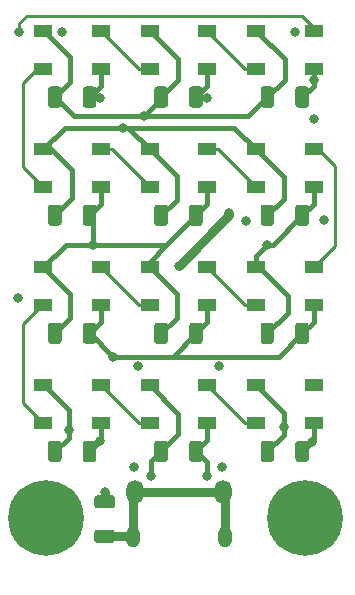
<source format=gbr>
%TF.GenerationSoftware,KiCad,Pcbnew,(5.1.12-1-10_14)*%
%TF.CreationDate,2022-01-26T17:57:44+01:00*%
%TF.ProjectId,tiny-led-esp32,74696e79-2d6c-4656-942d-65737033322e,rev?*%
%TF.SameCoordinates,Original*%
%TF.FileFunction,Copper,L1,Top*%
%TF.FilePolarity,Positive*%
%FSLAX46Y46*%
G04 Gerber Fmt 4.6, Leading zero omitted, Abs format (unit mm)*
G04 Created by KiCad (PCBNEW (5.1.12-1-10_14)) date 2022-01-26 17:57:44*
%MOMM*%
%LPD*%
G01*
G04 APERTURE LIST*
%TA.AperFunction,ComponentPad*%
%ADD10C,0.800000*%
%TD*%
%TA.AperFunction,ComponentPad*%
%ADD11C,6.400000*%
%TD*%
%TA.AperFunction,ComponentPad*%
%ADD12O,1.150000X1.800000*%
%TD*%
%TA.AperFunction,ComponentPad*%
%ADD13O,1.450000X2.000000*%
%TD*%
%TA.AperFunction,SMDPad,CuDef*%
%ADD14R,1.500000X1.000000*%
%TD*%
%TA.AperFunction,ViaPad*%
%ADD15C,0.800000*%
%TD*%
%TA.AperFunction,Conductor*%
%ADD16C,0.400000*%
%TD*%
%TA.AperFunction,Conductor*%
%ADD17C,0.250000*%
%TD*%
%TA.AperFunction,Conductor*%
%ADD18C,0.800000*%
%TD*%
G04 APERTURE END LIST*
D10*
%TO.P,H2,1*%
%TO.N,+5V*%
X165400056Y-123905944D03*
X163703000Y-123203000D03*
X162005944Y-123905944D03*
X161303000Y-125603000D03*
X162005944Y-127300056D03*
X163703000Y-128003000D03*
X165400056Y-127300056D03*
X166103000Y-125603000D03*
D11*
X163703000Y-125603000D03*
%TD*%
D10*
%TO.P,H1,1*%
%TO.N,GND*%
X143505256Y-123905944D03*
X141808200Y-123203000D03*
X140111144Y-123905944D03*
X139408200Y-125603000D03*
X140111144Y-127300056D03*
X141808200Y-128003000D03*
X143505256Y-127300056D03*
X144208200Y-125603000D03*
D11*
X141808200Y-125603000D03*
%TD*%
%TO.P,R1,2*%
%TO.N,GND*%
%TA.AperFunction,SMDPad,CuDef*%
G36*
G01*
X147373501Y-124832000D02*
X146123499Y-124832000D01*
G75*
G02*
X145873500Y-124582001I0J249999D01*
G01*
X145873500Y-123956999D01*
G75*
G02*
X146123499Y-123707000I249999J0D01*
G01*
X147373501Y-123707000D01*
G75*
G02*
X147623500Y-123956999I0J-249999D01*
G01*
X147623500Y-124582001D01*
G75*
G02*
X147373501Y-124832000I-249999J0D01*
G01*
G37*
%TD.AperFunction*%
%TO.P,R1,1*%
%TO.N,Net-(J1-Pad6)*%
%TA.AperFunction,SMDPad,CuDef*%
G36*
G01*
X147373501Y-127757000D02*
X146123499Y-127757000D01*
G75*
G02*
X145873500Y-127507001I0J249999D01*
G01*
X145873500Y-126881999D01*
G75*
G02*
X146123499Y-126632000I249999J0D01*
G01*
X147373501Y-126632000D01*
G75*
G02*
X147623500Y-126881999I0J-249999D01*
G01*
X147623500Y-127507001D01*
G75*
G02*
X147373501Y-127757000I-249999J0D01*
G01*
G37*
%TD.AperFunction*%
%TD*%
%TO.P,C13,2*%
%TO.N,GND*%
%TA.AperFunction,SMDPad,CuDef*%
G36*
G01*
X161100000Y-119349999D02*
X161100000Y-120650001D01*
G75*
G02*
X160850001Y-120900000I-249999J0D01*
G01*
X160199999Y-120900000D01*
G75*
G02*
X159950000Y-120650001I0J249999D01*
G01*
X159950000Y-119349999D01*
G75*
G02*
X160199999Y-119100000I249999J0D01*
G01*
X160850001Y-119100000D01*
G75*
G02*
X161100000Y-119349999I0J-249999D01*
G01*
G37*
%TD.AperFunction*%
%TO.P,C13,1*%
%TO.N,+5V*%
%TA.AperFunction,SMDPad,CuDef*%
G36*
G01*
X164050000Y-119349999D02*
X164050000Y-120650001D01*
G75*
G02*
X163800001Y-120900000I-249999J0D01*
G01*
X163149999Y-120900000D01*
G75*
G02*
X162900000Y-120650001I0J249999D01*
G01*
X162900000Y-119349999D01*
G75*
G02*
X163149999Y-119100000I249999J0D01*
G01*
X163800001Y-119100000D01*
G75*
G02*
X164050000Y-119349999I0J-249999D01*
G01*
G37*
%TD.AperFunction*%
%TD*%
%TO.P,C12,2*%
%TO.N,GND*%
%TA.AperFunction,SMDPad,CuDef*%
G36*
G01*
X152100000Y-119349999D02*
X152100000Y-120650001D01*
G75*
G02*
X151850001Y-120900000I-249999J0D01*
G01*
X151199999Y-120900000D01*
G75*
G02*
X150950000Y-120650001I0J249999D01*
G01*
X150950000Y-119349999D01*
G75*
G02*
X151199999Y-119100000I249999J0D01*
G01*
X151850001Y-119100000D01*
G75*
G02*
X152100000Y-119349999I0J-249999D01*
G01*
G37*
%TD.AperFunction*%
%TO.P,C12,1*%
%TO.N,+5V*%
%TA.AperFunction,SMDPad,CuDef*%
G36*
G01*
X155050000Y-119349999D02*
X155050000Y-120650001D01*
G75*
G02*
X154800001Y-120900000I-249999J0D01*
G01*
X154149999Y-120900000D01*
G75*
G02*
X153900000Y-120650001I0J249999D01*
G01*
X153900000Y-119349999D01*
G75*
G02*
X154149999Y-119100000I249999J0D01*
G01*
X154800001Y-119100000D01*
G75*
G02*
X155050000Y-119349999I0J-249999D01*
G01*
G37*
%TD.AperFunction*%
%TD*%
%TO.P,C11,2*%
%TO.N,GND*%
%TA.AperFunction,SMDPad,CuDef*%
G36*
G01*
X143100000Y-119349999D02*
X143100000Y-120650001D01*
G75*
G02*
X142850001Y-120900000I-249999J0D01*
G01*
X142199999Y-120900000D01*
G75*
G02*
X141950000Y-120650001I0J249999D01*
G01*
X141950000Y-119349999D01*
G75*
G02*
X142199999Y-119100000I249999J0D01*
G01*
X142850001Y-119100000D01*
G75*
G02*
X143100000Y-119349999I0J-249999D01*
G01*
G37*
%TD.AperFunction*%
%TO.P,C11,1*%
%TO.N,+5V*%
%TA.AperFunction,SMDPad,CuDef*%
G36*
G01*
X146050000Y-119349999D02*
X146050000Y-120650001D01*
G75*
G02*
X145800001Y-120900000I-249999J0D01*
G01*
X145149999Y-120900000D01*
G75*
G02*
X144900000Y-120650001I0J249999D01*
G01*
X144900000Y-119349999D01*
G75*
G02*
X145149999Y-119100000I249999J0D01*
G01*
X145800001Y-119100000D01*
G75*
G02*
X146050000Y-119349999I0J-249999D01*
G01*
G37*
%TD.AperFunction*%
%TD*%
%TO.P,C10,2*%
%TO.N,GND*%
%TA.AperFunction,SMDPad,CuDef*%
G36*
G01*
X144900000Y-110650001D02*
X144900000Y-109349999D01*
G75*
G02*
X145149999Y-109100000I249999J0D01*
G01*
X145800001Y-109100000D01*
G75*
G02*
X146050000Y-109349999I0J-249999D01*
G01*
X146050000Y-110650001D01*
G75*
G02*
X145800001Y-110900000I-249999J0D01*
G01*
X145149999Y-110900000D01*
G75*
G02*
X144900000Y-110650001I0J249999D01*
G01*
G37*
%TD.AperFunction*%
%TO.P,C10,1*%
%TO.N,+5V*%
%TA.AperFunction,SMDPad,CuDef*%
G36*
G01*
X141950000Y-110650001D02*
X141950000Y-109349999D01*
G75*
G02*
X142199999Y-109100000I249999J0D01*
G01*
X142850001Y-109100000D01*
G75*
G02*
X143100000Y-109349999I0J-249999D01*
G01*
X143100000Y-110650001D01*
G75*
G02*
X142850001Y-110900000I-249999J0D01*
G01*
X142199999Y-110900000D01*
G75*
G02*
X141950000Y-110650001I0J249999D01*
G01*
G37*
%TD.AperFunction*%
%TD*%
%TO.P,C9,2*%
%TO.N,GND*%
%TA.AperFunction,SMDPad,CuDef*%
G36*
G01*
X153900000Y-110650001D02*
X153900000Y-109349999D01*
G75*
G02*
X154149999Y-109100000I249999J0D01*
G01*
X154800001Y-109100000D01*
G75*
G02*
X155050000Y-109349999I0J-249999D01*
G01*
X155050000Y-110650001D01*
G75*
G02*
X154800001Y-110900000I-249999J0D01*
G01*
X154149999Y-110900000D01*
G75*
G02*
X153900000Y-110650001I0J249999D01*
G01*
G37*
%TD.AperFunction*%
%TO.P,C9,1*%
%TO.N,+5V*%
%TA.AperFunction,SMDPad,CuDef*%
G36*
G01*
X150950000Y-110650001D02*
X150950000Y-109349999D01*
G75*
G02*
X151199999Y-109100000I249999J0D01*
G01*
X151850001Y-109100000D01*
G75*
G02*
X152100000Y-109349999I0J-249999D01*
G01*
X152100000Y-110650001D01*
G75*
G02*
X151850001Y-110900000I-249999J0D01*
G01*
X151199999Y-110900000D01*
G75*
G02*
X150950000Y-110650001I0J249999D01*
G01*
G37*
%TD.AperFunction*%
%TD*%
%TO.P,C8,2*%
%TO.N,GND*%
%TA.AperFunction,SMDPad,CuDef*%
G36*
G01*
X162900000Y-110650001D02*
X162900000Y-109349999D01*
G75*
G02*
X163149999Y-109100000I249999J0D01*
G01*
X163800001Y-109100000D01*
G75*
G02*
X164050000Y-109349999I0J-249999D01*
G01*
X164050000Y-110650001D01*
G75*
G02*
X163800001Y-110900000I-249999J0D01*
G01*
X163149999Y-110900000D01*
G75*
G02*
X162900000Y-110650001I0J249999D01*
G01*
G37*
%TD.AperFunction*%
%TO.P,C8,1*%
%TO.N,+5V*%
%TA.AperFunction,SMDPad,CuDef*%
G36*
G01*
X159950000Y-110650001D02*
X159950000Y-109349999D01*
G75*
G02*
X160199999Y-109100000I249999J0D01*
G01*
X160850001Y-109100000D01*
G75*
G02*
X161100000Y-109349999I0J-249999D01*
G01*
X161100000Y-110650001D01*
G75*
G02*
X160850001Y-110900000I-249999J0D01*
G01*
X160199999Y-110900000D01*
G75*
G02*
X159950000Y-110650001I0J249999D01*
G01*
G37*
%TD.AperFunction*%
%TD*%
%TO.P,C7,2*%
%TO.N,GND*%
%TA.AperFunction,SMDPad,CuDef*%
G36*
G01*
X161100000Y-99349999D02*
X161100000Y-100650001D01*
G75*
G02*
X160850001Y-100900000I-249999J0D01*
G01*
X160199999Y-100900000D01*
G75*
G02*
X159950000Y-100650001I0J249999D01*
G01*
X159950000Y-99349999D01*
G75*
G02*
X160199999Y-99100000I249999J0D01*
G01*
X160850001Y-99100000D01*
G75*
G02*
X161100000Y-99349999I0J-249999D01*
G01*
G37*
%TD.AperFunction*%
%TO.P,C7,1*%
%TO.N,+5V*%
%TA.AperFunction,SMDPad,CuDef*%
G36*
G01*
X164050000Y-99349999D02*
X164050000Y-100650001D01*
G75*
G02*
X163800001Y-100900000I-249999J0D01*
G01*
X163149999Y-100900000D01*
G75*
G02*
X162900000Y-100650001I0J249999D01*
G01*
X162900000Y-99349999D01*
G75*
G02*
X163149999Y-99100000I249999J0D01*
G01*
X163800001Y-99100000D01*
G75*
G02*
X164050000Y-99349999I0J-249999D01*
G01*
G37*
%TD.AperFunction*%
%TD*%
%TO.P,C6,2*%
%TO.N,GND*%
%TA.AperFunction,SMDPad,CuDef*%
G36*
G01*
X152100000Y-99349999D02*
X152100000Y-100650001D01*
G75*
G02*
X151850001Y-100900000I-249999J0D01*
G01*
X151199999Y-100900000D01*
G75*
G02*
X150950000Y-100650001I0J249999D01*
G01*
X150950000Y-99349999D01*
G75*
G02*
X151199999Y-99100000I249999J0D01*
G01*
X151850001Y-99100000D01*
G75*
G02*
X152100000Y-99349999I0J-249999D01*
G01*
G37*
%TD.AperFunction*%
%TO.P,C6,1*%
%TO.N,+5V*%
%TA.AperFunction,SMDPad,CuDef*%
G36*
G01*
X155050000Y-99349999D02*
X155050000Y-100650001D01*
G75*
G02*
X154800001Y-100900000I-249999J0D01*
G01*
X154149999Y-100900000D01*
G75*
G02*
X153900000Y-100650001I0J249999D01*
G01*
X153900000Y-99349999D01*
G75*
G02*
X154149999Y-99100000I249999J0D01*
G01*
X154800001Y-99100000D01*
G75*
G02*
X155050000Y-99349999I0J-249999D01*
G01*
G37*
%TD.AperFunction*%
%TD*%
%TO.P,C5,2*%
%TO.N,GND*%
%TA.AperFunction,SMDPad,CuDef*%
G36*
G01*
X143100000Y-99349999D02*
X143100000Y-100650001D01*
G75*
G02*
X142850001Y-100900000I-249999J0D01*
G01*
X142199999Y-100900000D01*
G75*
G02*
X141950000Y-100650001I0J249999D01*
G01*
X141950000Y-99349999D01*
G75*
G02*
X142199999Y-99100000I249999J0D01*
G01*
X142850001Y-99100000D01*
G75*
G02*
X143100000Y-99349999I0J-249999D01*
G01*
G37*
%TD.AperFunction*%
%TO.P,C5,1*%
%TO.N,+5V*%
%TA.AperFunction,SMDPad,CuDef*%
G36*
G01*
X146050000Y-99349999D02*
X146050000Y-100650001D01*
G75*
G02*
X145800001Y-100900000I-249999J0D01*
G01*
X145149999Y-100900000D01*
G75*
G02*
X144900000Y-100650001I0J249999D01*
G01*
X144900000Y-99349999D01*
G75*
G02*
X145149999Y-99100000I249999J0D01*
G01*
X145800001Y-99100000D01*
G75*
G02*
X146050000Y-99349999I0J-249999D01*
G01*
G37*
%TD.AperFunction*%
%TD*%
%TO.P,C4,2*%
%TO.N,GND*%
%TA.AperFunction,SMDPad,CuDef*%
G36*
G01*
X144900000Y-90650001D02*
X144900000Y-89349999D01*
G75*
G02*
X145149999Y-89100000I249999J0D01*
G01*
X145800001Y-89100000D01*
G75*
G02*
X146050000Y-89349999I0J-249999D01*
G01*
X146050000Y-90650001D01*
G75*
G02*
X145800001Y-90900000I-249999J0D01*
G01*
X145149999Y-90900000D01*
G75*
G02*
X144900000Y-90650001I0J249999D01*
G01*
G37*
%TD.AperFunction*%
%TO.P,C4,1*%
%TO.N,+5V*%
%TA.AperFunction,SMDPad,CuDef*%
G36*
G01*
X141950000Y-90650001D02*
X141950000Y-89349999D01*
G75*
G02*
X142199999Y-89100000I249999J0D01*
G01*
X142850001Y-89100000D01*
G75*
G02*
X143100000Y-89349999I0J-249999D01*
G01*
X143100000Y-90650001D01*
G75*
G02*
X142850001Y-90900000I-249999J0D01*
G01*
X142199999Y-90900000D01*
G75*
G02*
X141950000Y-90650001I0J249999D01*
G01*
G37*
%TD.AperFunction*%
%TD*%
%TO.P,C3,2*%
%TO.N,GND*%
%TA.AperFunction,SMDPad,CuDef*%
G36*
G01*
X153900000Y-90650001D02*
X153900000Y-89349999D01*
G75*
G02*
X154149999Y-89100000I249999J0D01*
G01*
X154800001Y-89100000D01*
G75*
G02*
X155050000Y-89349999I0J-249999D01*
G01*
X155050000Y-90650001D01*
G75*
G02*
X154800001Y-90900000I-249999J0D01*
G01*
X154149999Y-90900000D01*
G75*
G02*
X153900000Y-90650001I0J249999D01*
G01*
G37*
%TD.AperFunction*%
%TO.P,C3,1*%
%TO.N,+5V*%
%TA.AperFunction,SMDPad,CuDef*%
G36*
G01*
X150950000Y-90650001D02*
X150950000Y-89349999D01*
G75*
G02*
X151199999Y-89100000I249999J0D01*
G01*
X151850001Y-89100000D01*
G75*
G02*
X152100000Y-89349999I0J-249999D01*
G01*
X152100000Y-90650001D01*
G75*
G02*
X151850001Y-90900000I-249999J0D01*
G01*
X151199999Y-90900000D01*
G75*
G02*
X150950000Y-90650001I0J249999D01*
G01*
G37*
%TD.AperFunction*%
%TD*%
%TO.P,C2,2*%
%TO.N,GND*%
%TA.AperFunction,SMDPad,CuDef*%
G36*
G01*
X162900000Y-90650001D02*
X162900000Y-89349999D01*
G75*
G02*
X163149999Y-89100000I249999J0D01*
G01*
X163800001Y-89100000D01*
G75*
G02*
X164050000Y-89349999I0J-249999D01*
G01*
X164050000Y-90650001D01*
G75*
G02*
X163800001Y-90900000I-249999J0D01*
G01*
X163149999Y-90900000D01*
G75*
G02*
X162900000Y-90650001I0J249999D01*
G01*
G37*
%TD.AperFunction*%
%TO.P,C2,1*%
%TO.N,+5V*%
%TA.AperFunction,SMDPad,CuDef*%
G36*
G01*
X159950000Y-90650001D02*
X159950000Y-89349999D01*
G75*
G02*
X160199999Y-89100000I249999J0D01*
G01*
X160850001Y-89100000D01*
G75*
G02*
X161100000Y-89349999I0J-249999D01*
G01*
X161100000Y-90650001D01*
G75*
G02*
X160850001Y-90900000I-249999J0D01*
G01*
X160199999Y-90900000D01*
G75*
G02*
X159950000Y-90650001I0J249999D01*
G01*
G37*
%TD.AperFunction*%
%TD*%
D12*
%TO.P,J1,6*%
%TO.N,Net-(J1-Pad6)*%
X149160000Y-127235500D03*
X156910000Y-127235500D03*
D13*
X149310000Y-123435500D03*
X156760000Y-123435500D03*
%TD*%
D14*
%TO.P,D12,1*%
%TO.N,+5V*%
X164450000Y-117600000D03*
%TO.P,D12,2*%
%TO.N,Net-(D12-Pad2)*%
X164450000Y-114400000D03*
%TO.P,D12,4*%
%TO.N,Net-(D11-Pad2)*%
X159550000Y-117600000D03*
%TO.P,D12,3*%
%TO.N,GND*%
X159550000Y-114400000D03*
%TD*%
%TO.P,D11,1*%
%TO.N,+5V*%
X155450000Y-117600000D03*
%TO.P,D11,2*%
%TO.N,Net-(D11-Pad2)*%
X155450000Y-114400000D03*
%TO.P,D11,4*%
%TO.N,Net-(D10-Pad2)*%
X150550000Y-117600000D03*
%TO.P,D11,3*%
%TO.N,GND*%
X150550000Y-114400000D03*
%TD*%
%TO.P,D10,1*%
%TO.N,+5V*%
X146450000Y-117600000D03*
%TO.P,D10,2*%
%TO.N,Net-(D10-Pad2)*%
X146450000Y-114400000D03*
%TO.P,D10,4*%
%TO.N,Net-(D10-Pad4)*%
X141550000Y-117600000D03*
%TO.P,D10,3*%
%TO.N,GND*%
X141550000Y-114400000D03*
%TD*%
%TO.P,D9,1*%
%TO.N,+5V*%
X141550000Y-104400000D03*
%TO.P,D9,2*%
%TO.N,Net-(D10-Pad4)*%
X141550000Y-107600000D03*
%TO.P,D9,4*%
%TO.N,Net-(D8-Pad2)*%
X146450000Y-104400000D03*
%TO.P,D9,3*%
%TO.N,GND*%
X146450000Y-107600000D03*
%TD*%
%TO.P,D8,1*%
%TO.N,+5V*%
X150550000Y-104400000D03*
%TO.P,D8,2*%
%TO.N,Net-(D8-Pad2)*%
X150550000Y-107600000D03*
%TO.P,D8,4*%
%TO.N,Net-(D7-Pad2)*%
X155450000Y-104400000D03*
%TO.P,D8,3*%
%TO.N,GND*%
X155450000Y-107600000D03*
%TD*%
%TO.P,D7,1*%
%TO.N,+5V*%
X159550000Y-104400000D03*
%TO.P,D7,2*%
%TO.N,Net-(D7-Pad2)*%
X159550000Y-107600000D03*
%TO.P,D7,4*%
%TO.N,Net-(D6-Pad2)*%
X164450000Y-104400000D03*
%TO.P,D7,3*%
%TO.N,GND*%
X164450000Y-107600000D03*
%TD*%
%TO.P,D6,1*%
%TO.N,+5V*%
X164450000Y-97600000D03*
%TO.P,D6,2*%
%TO.N,Net-(D6-Pad2)*%
X164450000Y-94400000D03*
%TO.P,D6,4*%
%TO.N,Net-(D5-Pad2)*%
X159550000Y-97600000D03*
%TO.P,D6,3*%
%TO.N,GND*%
X159550000Y-94400000D03*
%TD*%
%TO.P,D5,1*%
%TO.N,+5V*%
X155450000Y-97600000D03*
%TO.P,D5,2*%
%TO.N,Net-(D5-Pad2)*%
X155450000Y-94400000D03*
%TO.P,D5,4*%
%TO.N,Net-(D4-Pad2)*%
X150550000Y-97600000D03*
%TO.P,D5,3*%
%TO.N,GND*%
X150550000Y-94400000D03*
%TD*%
%TO.P,D4,1*%
%TO.N,+5V*%
X146450000Y-97600000D03*
%TO.P,D4,2*%
%TO.N,Net-(D4-Pad2)*%
X146450000Y-94400000D03*
%TO.P,D4,4*%
%TO.N,Net-(D3-Pad2)*%
X141550000Y-97600000D03*
%TO.P,D4,3*%
%TO.N,GND*%
X141550000Y-94400000D03*
%TD*%
%TO.P,D3,1*%
%TO.N,+5V*%
X141550000Y-84400000D03*
%TO.P,D3,2*%
%TO.N,Net-(D3-Pad2)*%
X141550000Y-87600000D03*
%TO.P,D3,4*%
%TO.N,Net-(D2-Pad2)*%
X146450000Y-84400000D03*
%TO.P,D3,3*%
%TO.N,GND*%
X146450000Y-87600000D03*
%TD*%
%TO.P,D2,1*%
%TO.N,+5V*%
X150550000Y-84400000D03*
%TO.P,D2,2*%
%TO.N,Net-(D2-Pad2)*%
X150550000Y-87600000D03*
%TO.P,D2,4*%
%TO.N,Net-(D1-Pad2)*%
X155450000Y-84400000D03*
%TO.P,D2,3*%
%TO.N,GND*%
X155450000Y-87600000D03*
%TD*%
%TO.P,D1,1*%
%TO.N,+5V*%
X159550000Y-84400000D03*
%TO.P,D1,2*%
%TO.N,Net-(D1-Pad2)*%
X159550000Y-87600000D03*
%TO.P,D1,4*%
%TO.N,Net-(D1-Pad4)*%
X164450000Y-84400000D03*
%TO.P,D1,3*%
%TO.N,GND*%
X164450000Y-87600000D03*
%TD*%
D15*
%TO.N,+5V*%
X160528000Y-102489000D03*
X149606000Y-112776000D03*
X150050500Y-91630500D03*
X155384500Y-122110500D03*
X149225000Y-121348500D03*
X145732500Y-102489000D03*
X146390000Y-119085000D03*
X164280000Y-119195000D03*
%TO.N,Net-(D1-Pad4)*%
X139509500Y-84455000D03*
%TO.N,GND*%
X156464000Y-112776000D03*
X146748500Y-123444000D03*
X148272500Y-92583000D03*
X146367500Y-90043000D03*
X155384500Y-90043000D03*
X139382500Y-106997500D03*
X150685500Y-122110500D03*
X156718000Y-121348500D03*
X143700500Y-118173500D03*
X161925000Y-117919500D03*
X158686500Y-100520500D03*
X143129000Y-84518500D03*
X162877500Y-84518500D03*
X164465000Y-88519000D03*
X164465000Y-91884500D03*
X165354000Y-100393500D03*
X147450999Y-111975999D03*
%TO.N,+3V3*%
X153035000Y-104267000D03*
X157289500Y-99822000D03*
%TD*%
D16*
%TO.N,+5V*%
X141550000Y-84400000D02*
X141550000Y-84590500D01*
X146450000Y-99025000D02*
X145475000Y-100000000D01*
X146450000Y-97600000D02*
X146450000Y-99025000D01*
X155450000Y-99025000D02*
X155145750Y-99329250D01*
X155450000Y-97600000D02*
X155450000Y-99025000D01*
X164450000Y-99025000D02*
X163475000Y-100000000D01*
X164450000Y-97600000D02*
X164450000Y-99025000D01*
X146450000Y-119025000D02*
X146390000Y-119085000D01*
X146450000Y-117600000D02*
X146450000Y-119025000D01*
X155450000Y-119025000D02*
X154475000Y-120000000D01*
X155450000Y-117600000D02*
X155450000Y-119025000D01*
X164450000Y-119025000D02*
X164280000Y-119195000D01*
X164450000Y-117600000D02*
X164450000Y-119025000D01*
X141550000Y-84400000D02*
X141613500Y-84400000D01*
X141613500Y-84400000D02*
X143827500Y-86614000D01*
X143827500Y-88697500D02*
X142525000Y-90000000D01*
X143827500Y-86614000D02*
X143827500Y-88697500D01*
X150550000Y-84400000D02*
X150630500Y-84400000D01*
X150630500Y-84400000D02*
X152971500Y-86741000D01*
X152971500Y-88553500D02*
X151525000Y-90000000D01*
X152971500Y-86741000D02*
X152971500Y-88553500D01*
X159550000Y-84400000D02*
X159584000Y-84400000D01*
X159584000Y-84400000D02*
X161988500Y-86804500D01*
X161988500Y-88536500D02*
X160525000Y-90000000D01*
X161988500Y-86804500D02*
X161988500Y-88536500D01*
X150550000Y-104400000D02*
X150564500Y-104400000D01*
X150564500Y-104400000D02*
X152844500Y-106680000D01*
X152844500Y-108680500D02*
X151525000Y-110000000D01*
X152844500Y-106680000D02*
X152844500Y-108680500D01*
X141550000Y-104400000D02*
X141550000Y-104402500D01*
X141550000Y-104402500D02*
X143827500Y-106680000D01*
X143827500Y-108697500D02*
X142525000Y-110000000D01*
X143827500Y-106680000D02*
X143827500Y-108697500D01*
X158894500Y-91630500D02*
X160525000Y-90000000D01*
X150050500Y-91630500D02*
X158894500Y-91630500D01*
X144155500Y-91630500D02*
X142525000Y-90000000D01*
X150050500Y-91630500D02*
X144155500Y-91630500D01*
X151525000Y-90156000D02*
X150050500Y-91630500D01*
X151525000Y-90000000D02*
X151525000Y-90156000D01*
X155145750Y-99329250D02*
X154475000Y-100000000D01*
X159550000Y-104400000D02*
X159835500Y-104400000D01*
X159835500Y-104400000D02*
X162242500Y-106807000D01*
X162242500Y-108282500D02*
X160525000Y-110000000D01*
X162242500Y-106807000D02*
X162242500Y-108282500D01*
X146390000Y-119085000D02*
X145475000Y-120000000D01*
X155384500Y-120909500D02*
X154475000Y-120000000D01*
X155384500Y-122110500D02*
X155384500Y-120909500D01*
X164280000Y-119195000D02*
X163475000Y-120000000D01*
X143461000Y-102489000D02*
X141550000Y-104400000D01*
X145732500Y-102489000D02*
X143461000Y-102489000D01*
X145732500Y-100257500D02*
X145475000Y-100000000D01*
X145732500Y-102489000D02*
X145732500Y-100257500D01*
X151986000Y-102489000D02*
X154475000Y-100000000D01*
X145732500Y-102489000D02*
X151986000Y-102489000D01*
X150550000Y-103925000D02*
X151986000Y-102489000D01*
X150550000Y-104400000D02*
X150550000Y-103925000D01*
X159550000Y-103467000D02*
X160528000Y-102489000D01*
X159550000Y-104400000D02*
X159550000Y-103467000D01*
X160986000Y-102489000D02*
X163475000Y-100000000D01*
X160528000Y-102489000D02*
X160986000Y-102489000D01*
D17*
%TO.N,Net-(D1-Pad2)*%
X158650000Y-87600000D02*
X155450000Y-84400000D01*
X159550000Y-87600000D02*
X158650000Y-87600000D01*
%TO.N,Net-(D1-Pad4)*%
X164450000Y-84400000D02*
X164450000Y-84122500D01*
X164450000Y-84122500D02*
X163449000Y-83121500D01*
X163449000Y-83121500D02*
X140144500Y-83121500D01*
X140144500Y-83121500D02*
X139509500Y-83756500D01*
X139509500Y-83756500D02*
X139509500Y-84455000D01*
X139509500Y-84455000D02*
X139509500Y-84455000D01*
D16*
%TO.N,GND*%
X146450000Y-89025000D02*
X145475000Y-90000000D01*
X146450000Y-87600000D02*
X146450000Y-89025000D01*
X155450000Y-89025000D02*
X154475000Y-90000000D01*
X155450000Y-87600000D02*
X155450000Y-89025000D01*
X164450000Y-89025000D02*
X163475000Y-90000000D01*
X164450000Y-87600000D02*
X164450000Y-89025000D01*
X143954500Y-98570500D02*
X142525000Y-100000000D01*
X143954500Y-96139000D02*
X143954500Y-98570500D01*
X142215500Y-94400000D02*
X143954500Y-96139000D01*
X141550000Y-94400000D02*
X142215500Y-94400000D01*
X164450000Y-109025000D02*
X163475000Y-110000000D01*
X164450000Y-107600000D02*
X164450000Y-109025000D01*
X155450000Y-109025000D02*
X155256250Y-109218750D01*
X155450000Y-107600000D02*
X155450000Y-109025000D01*
X146450000Y-109025000D02*
X145475000Y-110000000D01*
X146450000Y-107600000D02*
X146450000Y-109025000D01*
X159550000Y-94400000D02*
X159551000Y-94400000D01*
X159551000Y-94400000D02*
X161925000Y-96774000D01*
X161925000Y-98600000D02*
X160525000Y-100000000D01*
X161925000Y-96774000D02*
X161925000Y-98600000D01*
X150550000Y-94400000D02*
X150597500Y-94400000D01*
X150597500Y-94400000D02*
X152844500Y-96647000D01*
X152844500Y-98680500D02*
X151525000Y-100000000D01*
X152844500Y-96647000D02*
X152844500Y-98680500D01*
X141550000Y-114400000D02*
X141578000Y-114400000D01*
X141578000Y-114400000D02*
X143700500Y-116522500D01*
X143700500Y-118824500D02*
X142525000Y-120000000D01*
X143700500Y-116522500D02*
X143700500Y-118173500D01*
X150550000Y-114400000D02*
X150550000Y-114418500D01*
X150550000Y-114418500D02*
X152971500Y-116840000D01*
X152971500Y-118553500D02*
X151525000Y-120000000D01*
X152971500Y-116840000D02*
X152971500Y-118553500D01*
X159550000Y-114400000D02*
X159550000Y-114401500D01*
X159550000Y-114401500D02*
X161925000Y-116776500D01*
X161925000Y-118600000D02*
X160525000Y-120000000D01*
X161925000Y-116776500D02*
X161925000Y-117919500D01*
X154518000Y-90043000D02*
X154475000Y-90000000D01*
X155384500Y-90043000D02*
X154518000Y-90043000D01*
X145518000Y-90043000D02*
X145475000Y-90000000D01*
X146367500Y-90043000D02*
X145518000Y-90043000D01*
X143367000Y-92583000D02*
X148272500Y-92583000D01*
X141550000Y-94400000D02*
X143367000Y-92583000D01*
X148733000Y-92583000D02*
X150550000Y-94400000D01*
X148272500Y-92583000D02*
X148733000Y-92583000D01*
X157733000Y-92583000D02*
X159550000Y-94400000D01*
X148272500Y-92583000D02*
X157733000Y-92583000D01*
X143700500Y-118173500D02*
X143700500Y-118824500D01*
X150685500Y-120839500D02*
X151525000Y-120000000D01*
X150685500Y-122110500D02*
X150685500Y-120839500D01*
X161925000Y-117919500D02*
X161925000Y-118600000D01*
X155256250Y-109218750D02*
X154475000Y-110000000D01*
D18*
X146748500Y-123444000D02*
X146748500Y-124269500D01*
D16*
X147450999Y-111975999D02*
X147450999Y-111975999D01*
X163475000Y-110000000D02*
X161499001Y-111975999D01*
X152499001Y-111975999D02*
X151980999Y-111975999D01*
X154475000Y-110000000D02*
X152499001Y-111975999D01*
X151980999Y-111975999D02*
X147450999Y-111975999D01*
X161499001Y-111975999D02*
X151980999Y-111975999D01*
X147450999Y-111975999D02*
X145475000Y-110000000D01*
D17*
%TO.N,Net-(D2-Pad2)*%
X149650000Y-87600000D02*
X146450000Y-84400000D01*
X150550000Y-87600000D02*
X149650000Y-87600000D01*
%TO.N,Net-(D3-Pad2)*%
X141550000Y-87600000D02*
X141063500Y-87600000D01*
X141063500Y-87600000D02*
X139827000Y-88836500D01*
X139827000Y-95877000D02*
X141550000Y-97600000D01*
X139827000Y-88836500D02*
X139827000Y-95877000D01*
%TO.N,Net-(D4-Pad2)*%
X147350000Y-94400000D02*
X150550000Y-97600000D01*
X146450000Y-94400000D02*
X147350000Y-94400000D01*
%TO.N,Net-(D5-Pad2)*%
X156350000Y-94400000D02*
X159550000Y-97600000D01*
X155450000Y-94400000D02*
X156350000Y-94400000D01*
%TO.N,Net-(D6-Pad2)*%
X164450000Y-94400000D02*
X164821500Y-94400000D01*
X164821500Y-94400000D02*
X166243000Y-95821500D01*
X166243000Y-102607000D02*
X164450000Y-104400000D01*
X166243000Y-95821500D02*
X166243000Y-102607000D01*
%TO.N,Net-(D7-Pad2)*%
X158650000Y-107600000D02*
X155450000Y-104400000D01*
X159550000Y-107600000D02*
X158650000Y-107600000D01*
%TO.N,Net-(D8-Pad2)*%
X149650000Y-107600000D02*
X146450000Y-104400000D01*
X150550000Y-107600000D02*
X149650000Y-107600000D01*
%TO.N,Net-(D10-Pad2)*%
X149650000Y-117600000D02*
X146450000Y-114400000D01*
X150550000Y-117600000D02*
X149650000Y-117600000D01*
%TO.N,Net-(D10-Pad4)*%
X141550000Y-107600000D02*
X141447000Y-107600000D01*
X141447000Y-107600000D02*
X139827000Y-109220000D01*
X139827000Y-115877000D02*
X141550000Y-117600000D01*
X139827000Y-109220000D02*
X139827000Y-115877000D01*
%TO.N,Net-(D11-Pad2)*%
X158650000Y-117600000D02*
X155450000Y-114400000D01*
X159550000Y-117600000D02*
X158650000Y-117600000D01*
D18*
%TO.N,Net-(J1-Pad6)*%
X149160000Y-123585500D02*
X149310000Y-123435500D01*
X149160000Y-127235500D02*
X149160000Y-123585500D01*
X149310000Y-123435500D02*
X156760000Y-123435500D01*
X156910000Y-123585500D02*
X156760000Y-123435500D01*
X156910000Y-127235500D02*
X156910000Y-123585500D01*
X149119000Y-127194500D02*
X149160000Y-127235500D01*
X146748500Y-127194500D02*
X149119000Y-127194500D01*
%TO.N,+3V3*%
X157289500Y-100012500D02*
X153035000Y-104267000D01*
X157289500Y-99822000D02*
X157289500Y-100012500D01*
%TD*%
M02*

</source>
